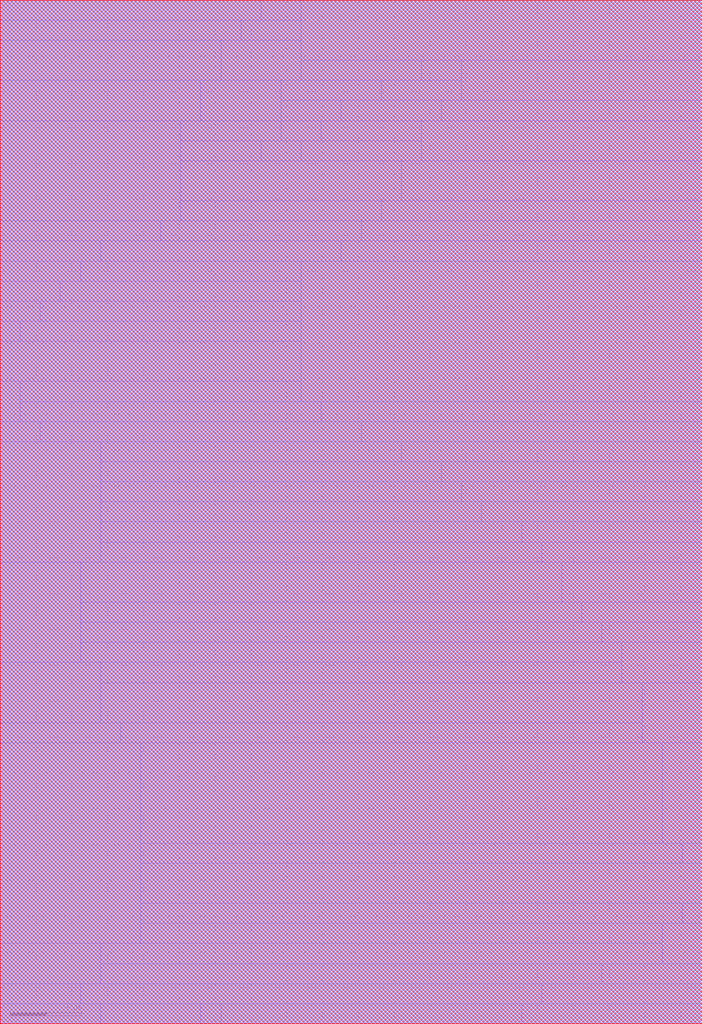
<source format=lef>
VERSION 5.7 ;
  NOWIREEXTENSIONATPIN ON ;
  DIVIDERCHAR "/" ;
  BUSBITCHARS "[]" ;
MACRO white_rabbit_small
  CLASS BLOCK ;
  FOREIGN white_rabbit_small ;
  ORIGIN 0.000 0.000 ;
  SIZE 9.800 BY 14.280 ;
  OBS
      LAYER met1 ;
        RECT 0.000 14.000 3.640 14.280 ;
      LAYER met1 ;
        RECT 3.640 14.000 4.200 14.280 ;
      LAYER met1 ;
        RECT 0.000 13.720 3.360 14.000 ;
      LAYER met1 ;
        RECT 3.360 13.720 4.200 14.000 ;
      LAYER met1 ;
        RECT 0.000 13.160 3.080 13.720 ;
      LAYER met1 ;
        RECT 3.080 13.160 4.200 13.720 ;
      LAYER met1 ;
        RECT 4.200 13.440 9.800 14.280 ;
        RECT 4.200 13.160 5.880 13.440 ;
      LAYER met1 ;
        RECT 5.880 13.160 6.440 13.440 ;
      LAYER met1 ;
        RECT 0.000 12.600 2.800 13.160 ;
      LAYER met1 ;
        RECT 2.800 12.600 3.920 13.160 ;
      LAYER met1 ;
        RECT 3.920 12.880 5.320 13.160 ;
      LAYER met1 ;
        RECT 5.320 12.880 6.440 13.160 ;
      LAYER met1 ;
        RECT 6.440 12.880 9.800 13.440 ;
        RECT 3.920 12.600 4.760 12.880 ;
      LAYER met1 ;
        RECT 4.760 12.600 6.160 12.880 ;
      LAYER met1 ;
        RECT 6.160 12.600 9.800 12.880 ;
        RECT 0.000 11.200 2.520 12.600 ;
      LAYER met1 ;
        RECT 2.520 12.320 3.920 12.600 ;
      LAYER met1 ;
        RECT 3.920 12.320 4.480 12.600 ;
      LAYER met1 ;
        RECT 4.480 12.320 5.880 12.600 ;
        RECT 2.520 12.040 3.640 12.320 ;
      LAYER met1 ;
        RECT 3.640 12.040 4.200 12.320 ;
      LAYER met1 ;
        RECT 4.200 12.040 5.880 12.320 ;
      LAYER met1 ;
        RECT 5.880 12.040 9.800 12.600 ;
      LAYER met1 ;
        RECT 2.520 11.480 5.600 12.040 ;
      LAYER met1 ;
        RECT 5.600 11.480 9.800 12.040 ;
      LAYER met1 ;
        RECT 2.520 11.200 5.320 11.480 ;
      LAYER met1 ;
        RECT 5.320 11.200 9.800 11.480 ;
        RECT 0.000 10.920 2.240 11.200 ;
      LAYER met1 ;
        RECT 2.240 10.920 5.040 11.200 ;
      LAYER met1 ;
        RECT 5.040 10.920 9.800 11.200 ;
        RECT 0.000 10.640 1.400 10.920 ;
      LAYER met1 ;
        RECT 1.400 10.640 4.760 10.920 ;
      LAYER met1 ;
        RECT 4.760 10.640 9.800 10.920 ;
        RECT 0.000 10.360 1.120 10.640 ;
      LAYER met1 ;
        RECT 1.120 10.360 4.200 10.640 ;
      LAYER met1 ;
        RECT 0.000 10.080 0.840 10.360 ;
      LAYER met1 ;
        RECT 0.840 10.080 4.200 10.360 ;
      LAYER met1 ;
        RECT 0.000 9.800 0.560 10.080 ;
      LAYER met1 ;
        RECT 0.560 9.800 4.200 10.080 ;
      LAYER met1 ;
        RECT 0.000 9.520 0.280 9.800 ;
      LAYER met1 ;
        RECT 0.280 9.520 4.200 9.800 ;
        RECT 0.000 8.960 4.200 9.520 ;
      LAYER met1 ;
        RECT 0.000 8.400 0.280 8.960 ;
      LAYER met1 ;
        RECT 0.280 8.680 4.200 8.960 ;
      LAYER met1 ;
        RECT 4.200 8.680 9.800 10.640 ;
      LAYER met1 ;
        RECT 0.280 8.400 4.480 8.680 ;
      LAYER met1 ;
        RECT 4.480 8.400 9.800 8.680 ;
        RECT 0.000 8.120 0.560 8.400 ;
      LAYER met1 ;
        RECT 0.560 8.120 5.040 8.400 ;
      LAYER met1 ;
        RECT 5.040 8.120 9.800 8.400 ;
        RECT 0.000 6.440 1.400 8.120 ;
      LAYER met1 ;
        RECT 1.400 7.840 5.600 8.120 ;
      LAYER met1 ;
        RECT 5.600 7.840 9.800 8.120 ;
      LAYER met1 ;
        RECT 1.400 7.560 6.160 7.840 ;
      LAYER met1 ;
        RECT 6.160 7.560 9.800 7.840 ;
      LAYER met1 ;
        RECT 1.400 7.280 6.440 7.560 ;
      LAYER met1 ;
        RECT 6.440 7.280 9.800 7.560 ;
      LAYER met1 ;
        RECT 1.400 7.000 6.720 7.280 ;
      LAYER met1 ;
        RECT 6.720 7.000 9.800 7.280 ;
      LAYER met1 ;
        RECT 1.400 6.720 7.280 7.000 ;
      LAYER met1 ;
        RECT 7.280 6.720 9.800 7.000 ;
      LAYER met1 ;
        RECT 1.400 6.440 7.560 6.720 ;
      LAYER met1 ;
        RECT 7.560 6.440 9.800 6.720 ;
        RECT 0.000 5.040 1.120 6.440 ;
      LAYER met1 ;
        RECT 1.120 5.880 7.840 6.440 ;
      LAYER met1 ;
        RECT 7.840 5.880 9.800 6.440 ;
      LAYER met1 ;
        RECT 1.120 5.600 8.120 5.880 ;
      LAYER met1 ;
        RECT 8.120 5.600 9.800 5.880 ;
      LAYER met1 ;
        RECT 1.120 5.320 8.400 5.600 ;
      LAYER met1 ;
        RECT 8.400 5.320 9.800 5.600 ;
      LAYER met1 ;
        RECT 1.120 5.040 8.680 5.320 ;
      LAYER met1 ;
        RECT 0.000 4.200 1.400 5.040 ;
      LAYER met1 ;
        RECT 1.400 4.760 8.680 5.040 ;
      LAYER met1 ;
        RECT 8.680 4.760 9.800 5.320 ;
      LAYER met1 ;
        RECT 1.400 4.200 8.960 4.760 ;
      LAYER met1 ;
        RECT 0.000 3.920 1.680 4.200 ;
      LAYER met1 ;
        RECT 1.680 3.920 8.960 4.200 ;
      LAYER met1 ;
        RECT 8.960 3.920 9.800 4.760 ;
        RECT 0.000 1.120 1.960 3.920 ;
      LAYER met1 ;
        RECT 1.960 2.520 9.240 3.920 ;
      LAYER met1 ;
        RECT 9.240 2.520 9.800 3.920 ;
      LAYER met1 ;
        RECT 1.960 2.240 9.520 2.520 ;
      LAYER met1 ;
        RECT 9.520 2.240 9.800 2.520 ;
      LAYER met1 ;
        RECT 1.960 1.680 9.800 2.240 ;
        RECT 1.960 1.400 9.520 1.680 ;
      LAYER met1 ;
        RECT 9.520 1.400 9.800 1.680 ;
      LAYER met1 ;
        RECT 1.960 1.120 9.240 1.400 ;
      LAYER met1 ;
        RECT 0.000 0.560 1.400 1.120 ;
      LAYER met1 ;
        RECT 1.400 0.840 9.240 1.120 ;
      LAYER met1 ;
        RECT 9.240 0.840 9.800 1.400 ;
      LAYER met1 ;
        RECT 1.400 0.560 8.400 0.840 ;
      LAYER met1 ;
        RECT 8.400 0.560 9.800 0.840 ;
        RECT 0.000 0.280 1.120 0.560 ;
      LAYER met1 ;
        RECT 1.120 0.280 7.560 0.560 ;
      LAYER met1 ;
        RECT 7.560 0.280 9.800 0.560 ;
        RECT 0.000 0.000 1.400 0.280 ;
      LAYER met1 ;
        RECT 1.400 0.000 2.800 0.280 ;
      LAYER met1 ;
        RECT 2.800 0.000 3.080 0.280 ;
      LAYER met1 ;
        RECT 3.080 0.000 7.280 0.280 ;
      LAYER met1 ;
        RECT 7.280 0.000 9.800 0.280 ;
      LAYER met2 ;
        RECT 0.000 14.000 3.640 14.280 ;
      LAYER met2 ;
        RECT 3.640 14.000 4.200 14.280 ;
      LAYER met2 ;
        RECT 0.000 13.720 3.360 14.000 ;
      LAYER met2 ;
        RECT 3.360 13.720 4.200 14.000 ;
      LAYER met2 ;
        RECT 0.000 13.160 3.080 13.720 ;
      LAYER met2 ;
        RECT 3.080 13.160 4.200 13.720 ;
      LAYER met2 ;
        RECT 4.200 13.440 9.800 14.280 ;
        RECT 4.200 13.160 5.880 13.440 ;
      LAYER met2 ;
        RECT 5.880 13.160 6.440 13.440 ;
      LAYER met2 ;
        RECT 0.000 12.600 2.800 13.160 ;
      LAYER met2 ;
        RECT 2.800 12.600 3.920 13.160 ;
      LAYER met2 ;
        RECT 3.920 12.880 5.320 13.160 ;
      LAYER met2 ;
        RECT 5.320 12.880 6.440 13.160 ;
      LAYER met2 ;
        RECT 6.440 12.880 9.800 13.440 ;
        RECT 3.920 12.600 4.760 12.880 ;
      LAYER met2 ;
        RECT 4.760 12.600 6.160 12.880 ;
      LAYER met2 ;
        RECT 6.160 12.600 9.800 12.880 ;
        RECT 0.000 11.200 2.520 12.600 ;
      LAYER met2 ;
        RECT 2.520 12.320 3.920 12.600 ;
      LAYER met2 ;
        RECT 3.920 12.320 4.480 12.600 ;
      LAYER met2 ;
        RECT 4.480 12.320 5.880 12.600 ;
        RECT 2.520 12.040 3.640 12.320 ;
      LAYER met2 ;
        RECT 3.640 12.040 4.200 12.320 ;
      LAYER met2 ;
        RECT 4.200 12.040 5.880 12.320 ;
      LAYER met2 ;
        RECT 5.880 12.040 9.800 12.600 ;
      LAYER met2 ;
        RECT 2.520 11.480 5.600 12.040 ;
      LAYER met2 ;
        RECT 5.600 11.480 9.800 12.040 ;
      LAYER met2 ;
        RECT 2.520 11.200 5.320 11.480 ;
      LAYER met2 ;
        RECT 5.320 11.200 9.800 11.480 ;
        RECT 0.000 10.920 2.240 11.200 ;
      LAYER met2 ;
        RECT 2.240 10.920 5.040 11.200 ;
      LAYER met2 ;
        RECT 5.040 10.920 9.800 11.200 ;
        RECT 0.000 10.640 1.400 10.920 ;
      LAYER met2 ;
        RECT 1.400 10.640 4.760 10.920 ;
      LAYER met2 ;
        RECT 4.760 10.640 9.800 10.920 ;
        RECT 0.000 10.360 1.120 10.640 ;
      LAYER met2 ;
        RECT 1.120 10.360 4.200 10.640 ;
      LAYER met2 ;
        RECT 0.000 10.080 0.840 10.360 ;
      LAYER met2 ;
        RECT 0.840 10.080 4.200 10.360 ;
      LAYER met2 ;
        RECT 0.000 9.800 0.560 10.080 ;
      LAYER met2 ;
        RECT 0.560 9.800 4.200 10.080 ;
      LAYER met2 ;
        RECT 0.000 9.520 0.280 9.800 ;
      LAYER met2 ;
        RECT 0.280 9.520 4.200 9.800 ;
        RECT 0.000 8.960 4.200 9.520 ;
      LAYER met2 ;
        RECT 0.000 8.400 0.280 8.960 ;
      LAYER met2 ;
        RECT 0.280 8.680 4.200 8.960 ;
      LAYER met2 ;
        RECT 4.200 8.680 9.800 10.640 ;
      LAYER met2 ;
        RECT 0.280 8.400 4.480 8.680 ;
      LAYER met2 ;
        RECT 4.480 8.400 9.800 8.680 ;
        RECT 0.000 8.120 0.560 8.400 ;
      LAYER met2 ;
        RECT 0.560 8.120 5.040 8.400 ;
      LAYER met2 ;
        RECT 5.040 8.120 9.800 8.400 ;
        RECT 0.000 6.440 1.400 8.120 ;
      LAYER met2 ;
        RECT 1.400 7.840 5.600 8.120 ;
      LAYER met2 ;
        RECT 5.600 7.840 9.800 8.120 ;
      LAYER met2 ;
        RECT 1.400 7.560 6.160 7.840 ;
      LAYER met2 ;
        RECT 6.160 7.560 9.800 7.840 ;
      LAYER met2 ;
        RECT 1.400 7.280 6.440 7.560 ;
      LAYER met2 ;
        RECT 6.440 7.280 9.800 7.560 ;
      LAYER met2 ;
        RECT 1.400 7.000 6.720 7.280 ;
      LAYER met2 ;
        RECT 6.720 7.000 9.800 7.280 ;
      LAYER met2 ;
        RECT 1.400 6.720 7.280 7.000 ;
      LAYER met2 ;
        RECT 7.280 6.720 9.800 7.000 ;
      LAYER met2 ;
        RECT 1.400 6.440 7.560 6.720 ;
      LAYER met2 ;
        RECT 7.560 6.440 9.800 6.720 ;
        RECT 0.000 5.040 1.120 6.440 ;
      LAYER met2 ;
        RECT 1.120 5.880 7.840 6.440 ;
      LAYER met2 ;
        RECT 7.840 5.880 9.800 6.440 ;
      LAYER met2 ;
        RECT 1.120 5.600 8.120 5.880 ;
      LAYER met2 ;
        RECT 8.120 5.600 9.800 5.880 ;
      LAYER met2 ;
        RECT 1.120 5.320 8.400 5.600 ;
      LAYER met2 ;
        RECT 8.400 5.320 9.800 5.600 ;
      LAYER met2 ;
        RECT 1.120 5.040 8.680 5.320 ;
      LAYER met2 ;
        RECT 0.000 4.200 1.400 5.040 ;
      LAYER met2 ;
        RECT 1.400 4.760 8.680 5.040 ;
      LAYER met2 ;
        RECT 8.680 4.760 9.800 5.320 ;
      LAYER met2 ;
        RECT 1.400 4.200 8.960 4.760 ;
      LAYER met2 ;
        RECT 0.000 3.920 1.680 4.200 ;
      LAYER met2 ;
        RECT 1.680 3.920 8.960 4.200 ;
      LAYER met2 ;
        RECT 8.960 3.920 9.800 4.760 ;
        RECT 0.000 1.120 1.960 3.920 ;
      LAYER met2 ;
        RECT 1.960 2.520 9.240 3.920 ;
      LAYER met2 ;
        RECT 9.240 2.520 9.800 3.920 ;
      LAYER met2 ;
        RECT 1.960 2.240 9.520 2.520 ;
      LAYER met2 ;
        RECT 9.520 2.240 9.800 2.520 ;
      LAYER met2 ;
        RECT 1.960 1.680 9.800 2.240 ;
        RECT 1.960 1.400 9.520 1.680 ;
      LAYER met2 ;
        RECT 9.520 1.400 9.800 1.680 ;
      LAYER met2 ;
        RECT 1.960 1.120 9.240 1.400 ;
      LAYER met2 ;
        RECT 0.000 0.560 1.400 1.120 ;
      LAYER met2 ;
        RECT 1.400 0.840 9.240 1.120 ;
      LAYER met2 ;
        RECT 9.240 0.840 9.800 1.400 ;
      LAYER met2 ;
        RECT 1.400 0.560 8.400 0.840 ;
      LAYER met2 ;
        RECT 8.400 0.560 9.800 0.840 ;
        RECT 0.000 0.280 1.120 0.560 ;
      LAYER met2 ;
        RECT 1.120 0.280 7.560 0.560 ;
      LAYER met2 ;
        RECT 7.560 0.280 9.800 0.560 ;
        RECT 0.000 0.000 1.400 0.280 ;
      LAYER met2 ;
        RECT 1.400 0.000 2.800 0.280 ;
      LAYER met2 ;
        RECT 2.800 0.000 3.080 0.280 ;
      LAYER met2 ;
        RECT 3.080 0.000 7.280 0.280 ;
      LAYER met2 ;
        RECT 7.280 0.000 9.800 0.280 ;
      LAYER met3 ;
        RECT 0.000 0.000 9.800 14.280 ;
      LAYER met4 ;
        RECT 0.000 0.000 9.800 14.280 ;
      LAYER met5 ;
        RECT 0.000 0.000 9.800 14.280 ;
  END
END white_rabbit_small
END LIBRARY


</source>
